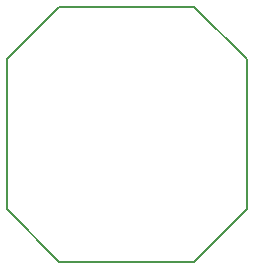
<source format=gbr>
G04 (created by PCBNEW (2013-mar-13)-testing) date vie 14 jun 2013 18:20:00 CEST*
%MOIN*%
G04 Gerber Fmt 3.4, Leading zero omitted, Abs format*
%FSLAX34Y34*%
G01*
G70*
G90*
G04 APERTURE LIST*
%ADD10C,0.005906*%
G04 APERTURE END LIST*
G54D10*
X75250Y-59750D02*
X75250Y-57500D01*
X77000Y-61500D02*
X75250Y-59750D01*
X81500Y-61500D02*
X77000Y-61500D01*
X83250Y-59750D02*
X81500Y-61500D01*
X83250Y-54750D02*
X83250Y-59750D01*
X81500Y-53000D02*
X83250Y-54750D01*
X77000Y-53000D02*
X81500Y-53000D01*
X75250Y-54750D02*
X77000Y-53000D01*
X75250Y-57500D02*
X75250Y-54750D01*
M02*

</source>
